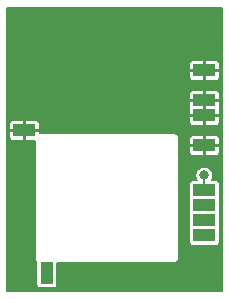
<source format=gbr>
G04 #@! TF.GenerationSoftware,KiCad,Pcbnew,5.1.4+dfsg1-1~bpo10+1*
G04 #@! TF.CreationDate,2020-08-02T09:01:36+02:00*
G04 #@! TF.ProjectId,stlink3-flash,73746c69-6e6b-4332-9d66-6c6173682e6b,rev?*
G04 #@! TF.SameCoordinates,Original*
G04 #@! TF.FileFunction,Copper,L1,Top*
G04 #@! TF.FilePolarity,Positive*
%FSLAX46Y46*%
G04 Gerber Fmt 4.6, Leading zero omitted, Abs format (unit mm)*
G04 Created by KiCad (PCBNEW 5.1.4+dfsg1-1~bpo10+1) date 2020-08-02 09:01:36*
%MOMM*%
%LPD*%
G04 APERTURE LIST*
%ADD10R,1.905000X1.066800*%
%ADD11R,1.066800X1.905000*%
%ADD12C,0.800000*%
%ADD13C,0.203200*%
G04 APERTURE END LIST*
D10*
X98425000Y-52070000D03*
X98425000Y-50800000D03*
D11*
X85090000Y-65405000D03*
D10*
X83185000Y-53340000D03*
X98425000Y-54610000D03*
X98425000Y-48260000D03*
X98425000Y-62230000D03*
X98425000Y-60960000D03*
X98425000Y-59690000D03*
X98425000Y-58420000D03*
D12*
X88900000Y-45085000D03*
X85471000Y-45085000D03*
X92075000Y-52070000D03*
X85090000Y-65405000D03*
X98425000Y-62230000D03*
X98425000Y-60960000D03*
X98425000Y-59690000D03*
X98425000Y-57150000D03*
D13*
X98425000Y-58420000D02*
X98425000Y-57150000D01*
G36*
X99924401Y-66904400D02*
G01*
X81685600Y-66904400D01*
X81685600Y-53873400D01*
X81875179Y-53873400D01*
X81882045Y-53943110D01*
X81902378Y-54010141D01*
X81935398Y-54071917D01*
X81979836Y-54126064D01*
X82033983Y-54170502D01*
X82095759Y-54203522D01*
X82162790Y-54223855D01*
X82232500Y-54230721D01*
X83070700Y-54229000D01*
X83159600Y-54140100D01*
X83159600Y-53365400D01*
X83210400Y-53365400D01*
X83210400Y-54140100D01*
X83299300Y-54229000D01*
X84049401Y-54230540D01*
X84049400Y-64115079D01*
X84047438Y-64135000D01*
X84055269Y-64214511D01*
X84078462Y-64290967D01*
X84116125Y-64361429D01*
X84166810Y-64423190D01*
X84199523Y-64450036D01*
X84199280Y-64452500D01*
X84199280Y-66357500D01*
X84206146Y-66427210D01*
X84226479Y-66494240D01*
X84259499Y-66556016D01*
X84303937Y-66610163D01*
X84358084Y-66654601D01*
X84419860Y-66687621D01*
X84486890Y-66707954D01*
X84556600Y-66714820D01*
X85623400Y-66714820D01*
X85693110Y-66707954D01*
X85760140Y-66687621D01*
X85821916Y-66654601D01*
X85876063Y-66610163D01*
X85920501Y-66556016D01*
X85953521Y-66494240D01*
X85973854Y-66427210D01*
X85980720Y-66357500D01*
X85980720Y-64540600D01*
X95865079Y-64540600D01*
X95885000Y-64542562D01*
X95964511Y-64534731D01*
X96040967Y-64511538D01*
X96111429Y-64473875D01*
X96173190Y-64423190D01*
X96223875Y-64361429D01*
X96261538Y-64290967D01*
X96284731Y-64214511D01*
X96290600Y-64154921D01*
X96290600Y-64154920D01*
X96292562Y-64135000D01*
X96290600Y-64115079D01*
X96290600Y-57886600D01*
X97115180Y-57886600D01*
X97115180Y-58953400D01*
X97122046Y-59023110D01*
X97131720Y-59055000D01*
X97122046Y-59086890D01*
X97115180Y-59156600D01*
X97115180Y-60223400D01*
X97122046Y-60293110D01*
X97131720Y-60325000D01*
X97122046Y-60356890D01*
X97115180Y-60426600D01*
X97115180Y-61493400D01*
X97122046Y-61563110D01*
X97131720Y-61595000D01*
X97122046Y-61626890D01*
X97115180Y-61696600D01*
X97115180Y-62763400D01*
X97122046Y-62833110D01*
X97142379Y-62900140D01*
X97175399Y-62961916D01*
X97219837Y-63016063D01*
X97273984Y-63060501D01*
X97335760Y-63093521D01*
X97402790Y-63113854D01*
X97472500Y-63120720D01*
X99377500Y-63120720D01*
X99447210Y-63113854D01*
X99514240Y-63093521D01*
X99576016Y-63060501D01*
X99630163Y-63016063D01*
X99674601Y-62961916D01*
X99707621Y-62900140D01*
X99727954Y-62833110D01*
X99734820Y-62763400D01*
X99734820Y-61696600D01*
X99727954Y-61626890D01*
X99718280Y-61595000D01*
X99727954Y-61563110D01*
X99734820Y-61493400D01*
X99734820Y-60426600D01*
X99727954Y-60356890D01*
X99718280Y-60325000D01*
X99727954Y-60293110D01*
X99734820Y-60223400D01*
X99734820Y-59156600D01*
X99727954Y-59086890D01*
X99718280Y-59055000D01*
X99727954Y-59023110D01*
X99734820Y-58953400D01*
X99734820Y-57886600D01*
X99727954Y-57816890D01*
X99707621Y-57749860D01*
X99674601Y-57688084D01*
X99630163Y-57633937D01*
X99576016Y-57589499D01*
X99514240Y-57556479D01*
X99447210Y-57536146D01*
X99377500Y-57529280D01*
X99080326Y-57529280D01*
X99094604Y-57507911D01*
X99151563Y-57370400D01*
X99180600Y-57224420D01*
X99180600Y-57075580D01*
X99151563Y-56929600D01*
X99094604Y-56792089D01*
X99011913Y-56668333D01*
X98906667Y-56563087D01*
X98782911Y-56480396D01*
X98645400Y-56423437D01*
X98499420Y-56394400D01*
X98350580Y-56394400D01*
X98204600Y-56423437D01*
X98067089Y-56480396D01*
X97943333Y-56563087D01*
X97838087Y-56668333D01*
X97755396Y-56792089D01*
X97698437Y-56929600D01*
X97669400Y-57075580D01*
X97669400Y-57224420D01*
X97698437Y-57370400D01*
X97755396Y-57507911D01*
X97769674Y-57529280D01*
X97472500Y-57529280D01*
X97402790Y-57536146D01*
X97335760Y-57556479D01*
X97273984Y-57589499D01*
X97219837Y-57633937D01*
X97175399Y-57688084D01*
X97142379Y-57749860D01*
X97122046Y-57816890D01*
X97115180Y-57886600D01*
X96290600Y-57886600D01*
X96290600Y-55143400D01*
X97115179Y-55143400D01*
X97122045Y-55213110D01*
X97142378Y-55280141D01*
X97175398Y-55341917D01*
X97219836Y-55396064D01*
X97273983Y-55440502D01*
X97335759Y-55473522D01*
X97402790Y-55493855D01*
X97472500Y-55500721D01*
X98310700Y-55499000D01*
X98399600Y-55410100D01*
X98399600Y-54635400D01*
X98450400Y-54635400D01*
X98450400Y-55410100D01*
X98539300Y-55499000D01*
X99377500Y-55500721D01*
X99447210Y-55493855D01*
X99514241Y-55473522D01*
X99576017Y-55440502D01*
X99630164Y-55396064D01*
X99674602Y-55341917D01*
X99707622Y-55280141D01*
X99727955Y-55213110D01*
X99734821Y-55143400D01*
X99733100Y-54724300D01*
X99644200Y-54635400D01*
X98450400Y-54635400D01*
X98399600Y-54635400D01*
X97205800Y-54635400D01*
X97116900Y-54724300D01*
X97115179Y-55143400D01*
X96290600Y-55143400D01*
X96290600Y-54076600D01*
X97115179Y-54076600D01*
X97116900Y-54495700D01*
X97205800Y-54584600D01*
X98399600Y-54584600D01*
X98399600Y-53809900D01*
X98450400Y-53809900D01*
X98450400Y-54584600D01*
X99644200Y-54584600D01*
X99733100Y-54495700D01*
X99734821Y-54076600D01*
X99727955Y-54006890D01*
X99707622Y-53939859D01*
X99674602Y-53878083D01*
X99630164Y-53823936D01*
X99576017Y-53779498D01*
X99514241Y-53746478D01*
X99447210Y-53726145D01*
X99377500Y-53719279D01*
X98539300Y-53721000D01*
X98450400Y-53809900D01*
X98399600Y-53809900D01*
X98310700Y-53721000D01*
X97472500Y-53719279D01*
X97402790Y-53726145D01*
X97335759Y-53746478D01*
X97273983Y-53779498D01*
X97219836Y-53823936D01*
X97175398Y-53878083D01*
X97142378Y-53939859D01*
X97122045Y-54006890D01*
X97115179Y-54076600D01*
X96290600Y-54076600D01*
X96290600Y-53994921D01*
X96292562Y-53975000D01*
X96284731Y-53895489D01*
X96261538Y-53819033D01*
X96223875Y-53748571D01*
X96173190Y-53686810D01*
X96111429Y-53636125D01*
X96040967Y-53598462D01*
X95964511Y-53575269D01*
X95904921Y-53569400D01*
X95885000Y-53567438D01*
X95865079Y-53569400D01*
X84493573Y-53569400D01*
X84493100Y-53454300D01*
X84404200Y-53365400D01*
X83210400Y-53365400D01*
X83159600Y-53365400D01*
X81965800Y-53365400D01*
X81876900Y-53454300D01*
X81875179Y-53873400D01*
X81685600Y-53873400D01*
X81685600Y-52806600D01*
X81875179Y-52806600D01*
X81876900Y-53225700D01*
X81965800Y-53314600D01*
X83159600Y-53314600D01*
X83159600Y-52539900D01*
X83210400Y-52539900D01*
X83210400Y-53314600D01*
X84404200Y-53314600D01*
X84493100Y-53225700D01*
X84494821Y-52806600D01*
X84487955Y-52736890D01*
X84467622Y-52669859D01*
X84434602Y-52608083D01*
X84430759Y-52603400D01*
X97115179Y-52603400D01*
X97122045Y-52673110D01*
X97142378Y-52740141D01*
X97175398Y-52801917D01*
X97219836Y-52856064D01*
X97273983Y-52900502D01*
X97335759Y-52933522D01*
X97402790Y-52953855D01*
X97472500Y-52960721D01*
X98310700Y-52959000D01*
X98399600Y-52870100D01*
X98399600Y-52095400D01*
X98450400Y-52095400D01*
X98450400Y-52870100D01*
X98539300Y-52959000D01*
X99377500Y-52960721D01*
X99447210Y-52953855D01*
X99514241Y-52933522D01*
X99576017Y-52900502D01*
X99630164Y-52856064D01*
X99674602Y-52801917D01*
X99707622Y-52740141D01*
X99727955Y-52673110D01*
X99734821Y-52603400D01*
X99733100Y-52184300D01*
X99644200Y-52095400D01*
X98450400Y-52095400D01*
X98399600Y-52095400D01*
X97205800Y-52095400D01*
X97116900Y-52184300D01*
X97115179Y-52603400D01*
X84430759Y-52603400D01*
X84390164Y-52553936D01*
X84336017Y-52509498D01*
X84274241Y-52476478D01*
X84207210Y-52456145D01*
X84137500Y-52449279D01*
X83299300Y-52451000D01*
X83210400Y-52539900D01*
X83159600Y-52539900D01*
X83070700Y-52451000D01*
X82232500Y-52449279D01*
X82162790Y-52456145D01*
X82095759Y-52476478D01*
X82033983Y-52509498D01*
X81979836Y-52553936D01*
X81935398Y-52608083D01*
X81902378Y-52669859D01*
X81882045Y-52736890D01*
X81875179Y-52806600D01*
X81685600Y-52806600D01*
X81685600Y-51333400D01*
X97115179Y-51333400D01*
X97122045Y-51403110D01*
X97131718Y-51435000D01*
X97122045Y-51466890D01*
X97115179Y-51536600D01*
X97116900Y-51955700D01*
X97205800Y-52044600D01*
X98399600Y-52044600D01*
X98399600Y-50825400D01*
X98450400Y-50825400D01*
X98450400Y-52044600D01*
X99644200Y-52044600D01*
X99733100Y-51955700D01*
X99734821Y-51536600D01*
X99727955Y-51466890D01*
X99718282Y-51435000D01*
X99727955Y-51403110D01*
X99734821Y-51333400D01*
X99733100Y-50914300D01*
X99644200Y-50825400D01*
X98450400Y-50825400D01*
X98399600Y-50825400D01*
X97205800Y-50825400D01*
X97116900Y-50914300D01*
X97115179Y-51333400D01*
X81685600Y-51333400D01*
X81685600Y-50266600D01*
X97115179Y-50266600D01*
X97116900Y-50685700D01*
X97205800Y-50774600D01*
X98399600Y-50774600D01*
X98399600Y-49999900D01*
X98450400Y-49999900D01*
X98450400Y-50774600D01*
X99644200Y-50774600D01*
X99733100Y-50685700D01*
X99734821Y-50266600D01*
X99727955Y-50196890D01*
X99707622Y-50129859D01*
X99674602Y-50068083D01*
X99630164Y-50013936D01*
X99576017Y-49969498D01*
X99514241Y-49936478D01*
X99447210Y-49916145D01*
X99377500Y-49909279D01*
X98539300Y-49911000D01*
X98450400Y-49999900D01*
X98399600Y-49999900D01*
X98310700Y-49911000D01*
X97472500Y-49909279D01*
X97402790Y-49916145D01*
X97335759Y-49936478D01*
X97273983Y-49969498D01*
X97219836Y-50013936D01*
X97175398Y-50068083D01*
X97142378Y-50129859D01*
X97122045Y-50196890D01*
X97115179Y-50266600D01*
X81685600Y-50266600D01*
X81685600Y-48793400D01*
X97115179Y-48793400D01*
X97122045Y-48863110D01*
X97142378Y-48930141D01*
X97175398Y-48991917D01*
X97219836Y-49046064D01*
X97273983Y-49090502D01*
X97335759Y-49123522D01*
X97402790Y-49143855D01*
X97472500Y-49150721D01*
X98310700Y-49149000D01*
X98399600Y-49060100D01*
X98399600Y-48285400D01*
X98450400Y-48285400D01*
X98450400Y-49060100D01*
X98539300Y-49149000D01*
X99377500Y-49150721D01*
X99447210Y-49143855D01*
X99514241Y-49123522D01*
X99576017Y-49090502D01*
X99630164Y-49046064D01*
X99674602Y-48991917D01*
X99707622Y-48930141D01*
X99727955Y-48863110D01*
X99734821Y-48793400D01*
X99733100Y-48374300D01*
X99644200Y-48285400D01*
X98450400Y-48285400D01*
X98399600Y-48285400D01*
X97205800Y-48285400D01*
X97116900Y-48374300D01*
X97115179Y-48793400D01*
X81685600Y-48793400D01*
X81685600Y-47726600D01*
X97115179Y-47726600D01*
X97116900Y-48145700D01*
X97205800Y-48234600D01*
X98399600Y-48234600D01*
X98399600Y-47459900D01*
X98450400Y-47459900D01*
X98450400Y-48234600D01*
X99644200Y-48234600D01*
X99733100Y-48145700D01*
X99734821Y-47726600D01*
X99727955Y-47656890D01*
X99707622Y-47589859D01*
X99674602Y-47528083D01*
X99630164Y-47473936D01*
X99576017Y-47429498D01*
X99514241Y-47396478D01*
X99447210Y-47376145D01*
X99377500Y-47369279D01*
X98539300Y-47371000D01*
X98450400Y-47459900D01*
X98399600Y-47459900D01*
X98310700Y-47371000D01*
X97472500Y-47369279D01*
X97402790Y-47376145D01*
X97335759Y-47396478D01*
X97273983Y-47429498D01*
X97219836Y-47473936D01*
X97175398Y-47528083D01*
X97142378Y-47589859D01*
X97122045Y-47656890D01*
X97115179Y-47726600D01*
X81685600Y-47726600D01*
X81685600Y-42950600D01*
X99924400Y-42950600D01*
X99924401Y-66904400D01*
X99924401Y-66904400D01*
G37*
X99924401Y-66904400D02*
X81685600Y-66904400D01*
X81685600Y-53873400D01*
X81875179Y-53873400D01*
X81882045Y-53943110D01*
X81902378Y-54010141D01*
X81935398Y-54071917D01*
X81979836Y-54126064D01*
X82033983Y-54170502D01*
X82095759Y-54203522D01*
X82162790Y-54223855D01*
X82232500Y-54230721D01*
X83070700Y-54229000D01*
X83159600Y-54140100D01*
X83159600Y-53365400D01*
X83210400Y-53365400D01*
X83210400Y-54140100D01*
X83299300Y-54229000D01*
X84049401Y-54230540D01*
X84049400Y-64115079D01*
X84047438Y-64135000D01*
X84055269Y-64214511D01*
X84078462Y-64290967D01*
X84116125Y-64361429D01*
X84166810Y-64423190D01*
X84199523Y-64450036D01*
X84199280Y-64452500D01*
X84199280Y-66357500D01*
X84206146Y-66427210D01*
X84226479Y-66494240D01*
X84259499Y-66556016D01*
X84303937Y-66610163D01*
X84358084Y-66654601D01*
X84419860Y-66687621D01*
X84486890Y-66707954D01*
X84556600Y-66714820D01*
X85623400Y-66714820D01*
X85693110Y-66707954D01*
X85760140Y-66687621D01*
X85821916Y-66654601D01*
X85876063Y-66610163D01*
X85920501Y-66556016D01*
X85953521Y-66494240D01*
X85973854Y-66427210D01*
X85980720Y-66357500D01*
X85980720Y-64540600D01*
X95865079Y-64540600D01*
X95885000Y-64542562D01*
X95964511Y-64534731D01*
X96040967Y-64511538D01*
X96111429Y-64473875D01*
X96173190Y-64423190D01*
X96223875Y-64361429D01*
X96261538Y-64290967D01*
X96284731Y-64214511D01*
X96290600Y-64154921D01*
X96290600Y-64154920D01*
X96292562Y-64135000D01*
X96290600Y-64115079D01*
X96290600Y-57886600D01*
X97115180Y-57886600D01*
X97115180Y-58953400D01*
X97122046Y-59023110D01*
X97131720Y-59055000D01*
X97122046Y-59086890D01*
X97115180Y-59156600D01*
X97115180Y-60223400D01*
X97122046Y-60293110D01*
X97131720Y-60325000D01*
X97122046Y-60356890D01*
X97115180Y-60426600D01*
X97115180Y-61493400D01*
X97122046Y-61563110D01*
X97131720Y-61595000D01*
X97122046Y-61626890D01*
X97115180Y-61696600D01*
X97115180Y-62763400D01*
X97122046Y-62833110D01*
X97142379Y-62900140D01*
X97175399Y-62961916D01*
X97219837Y-63016063D01*
X97273984Y-63060501D01*
X97335760Y-63093521D01*
X97402790Y-63113854D01*
X97472500Y-63120720D01*
X99377500Y-63120720D01*
X99447210Y-63113854D01*
X99514240Y-63093521D01*
X99576016Y-63060501D01*
X99630163Y-63016063D01*
X99674601Y-62961916D01*
X99707621Y-62900140D01*
X99727954Y-62833110D01*
X99734820Y-62763400D01*
X99734820Y-61696600D01*
X99727954Y-61626890D01*
X99718280Y-61595000D01*
X99727954Y-61563110D01*
X99734820Y-61493400D01*
X99734820Y-60426600D01*
X99727954Y-60356890D01*
X99718280Y-60325000D01*
X99727954Y-60293110D01*
X99734820Y-60223400D01*
X99734820Y-59156600D01*
X99727954Y-59086890D01*
X99718280Y-59055000D01*
X99727954Y-59023110D01*
X99734820Y-58953400D01*
X99734820Y-57886600D01*
X99727954Y-57816890D01*
X99707621Y-57749860D01*
X99674601Y-57688084D01*
X99630163Y-57633937D01*
X99576016Y-57589499D01*
X99514240Y-57556479D01*
X99447210Y-57536146D01*
X99377500Y-57529280D01*
X99080326Y-57529280D01*
X99094604Y-57507911D01*
X99151563Y-57370400D01*
X99180600Y-57224420D01*
X99180600Y-57075580D01*
X99151563Y-56929600D01*
X99094604Y-56792089D01*
X99011913Y-56668333D01*
X98906667Y-56563087D01*
X98782911Y-56480396D01*
X98645400Y-56423437D01*
X98499420Y-56394400D01*
X98350580Y-56394400D01*
X98204600Y-56423437D01*
X98067089Y-56480396D01*
X97943333Y-56563087D01*
X97838087Y-56668333D01*
X97755396Y-56792089D01*
X97698437Y-56929600D01*
X97669400Y-57075580D01*
X97669400Y-57224420D01*
X97698437Y-57370400D01*
X97755396Y-57507911D01*
X97769674Y-57529280D01*
X97472500Y-57529280D01*
X97402790Y-57536146D01*
X97335760Y-57556479D01*
X97273984Y-57589499D01*
X97219837Y-57633937D01*
X97175399Y-57688084D01*
X97142379Y-57749860D01*
X97122046Y-57816890D01*
X97115180Y-57886600D01*
X96290600Y-57886600D01*
X96290600Y-55143400D01*
X97115179Y-55143400D01*
X97122045Y-55213110D01*
X97142378Y-55280141D01*
X97175398Y-55341917D01*
X97219836Y-55396064D01*
X97273983Y-55440502D01*
X97335759Y-55473522D01*
X97402790Y-55493855D01*
X97472500Y-55500721D01*
X98310700Y-55499000D01*
X98399600Y-55410100D01*
X98399600Y-54635400D01*
X98450400Y-54635400D01*
X98450400Y-55410100D01*
X98539300Y-55499000D01*
X99377500Y-55500721D01*
X99447210Y-55493855D01*
X99514241Y-55473522D01*
X99576017Y-55440502D01*
X99630164Y-55396064D01*
X99674602Y-55341917D01*
X99707622Y-55280141D01*
X99727955Y-55213110D01*
X99734821Y-55143400D01*
X99733100Y-54724300D01*
X99644200Y-54635400D01*
X98450400Y-54635400D01*
X98399600Y-54635400D01*
X97205800Y-54635400D01*
X97116900Y-54724300D01*
X97115179Y-55143400D01*
X96290600Y-55143400D01*
X96290600Y-54076600D01*
X97115179Y-54076600D01*
X97116900Y-54495700D01*
X97205800Y-54584600D01*
X98399600Y-54584600D01*
X98399600Y-53809900D01*
X98450400Y-53809900D01*
X98450400Y-54584600D01*
X99644200Y-54584600D01*
X99733100Y-54495700D01*
X99734821Y-54076600D01*
X99727955Y-54006890D01*
X99707622Y-53939859D01*
X99674602Y-53878083D01*
X99630164Y-53823936D01*
X99576017Y-53779498D01*
X99514241Y-53746478D01*
X99447210Y-53726145D01*
X99377500Y-53719279D01*
X98539300Y-53721000D01*
X98450400Y-53809900D01*
X98399600Y-53809900D01*
X98310700Y-53721000D01*
X97472500Y-53719279D01*
X97402790Y-53726145D01*
X97335759Y-53746478D01*
X97273983Y-53779498D01*
X97219836Y-53823936D01*
X97175398Y-53878083D01*
X97142378Y-53939859D01*
X97122045Y-54006890D01*
X97115179Y-54076600D01*
X96290600Y-54076600D01*
X96290600Y-53994921D01*
X96292562Y-53975000D01*
X96284731Y-53895489D01*
X96261538Y-53819033D01*
X96223875Y-53748571D01*
X96173190Y-53686810D01*
X96111429Y-53636125D01*
X96040967Y-53598462D01*
X95964511Y-53575269D01*
X95904921Y-53569400D01*
X95885000Y-53567438D01*
X95865079Y-53569400D01*
X84493573Y-53569400D01*
X84493100Y-53454300D01*
X84404200Y-53365400D01*
X83210400Y-53365400D01*
X83159600Y-53365400D01*
X81965800Y-53365400D01*
X81876900Y-53454300D01*
X81875179Y-53873400D01*
X81685600Y-53873400D01*
X81685600Y-52806600D01*
X81875179Y-52806600D01*
X81876900Y-53225700D01*
X81965800Y-53314600D01*
X83159600Y-53314600D01*
X83159600Y-52539900D01*
X83210400Y-52539900D01*
X83210400Y-53314600D01*
X84404200Y-53314600D01*
X84493100Y-53225700D01*
X84494821Y-52806600D01*
X84487955Y-52736890D01*
X84467622Y-52669859D01*
X84434602Y-52608083D01*
X84430759Y-52603400D01*
X97115179Y-52603400D01*
X97122045Y-52673110D01*
X97142378Y-52740141D01*
X97175398Y-52801917D01*
X97219836Y-52856064D01*
X97273983Y-52900502D01*
X97335759Y-52933522D01*
X97402790Y-52953855D01*
X97472500Y-52960721D01*
X98310700Y-52959000D01*
X98399600Y-52870100D01*
X98399600Y-52095400D01*
X98450400Y-52095400D01*
X98450400Y-52870100D01*
X98539300Y-52959000D01*
X99377500Y-52960721D01*
X99447210Y-52953855D01*
X99514241Y-52933522D01*
X99576017Y-52900502D01*
X99630164Y-52856064D01*
X99674602Y-52801917D01*
X99707622Y-52740141D01*
X99727955Y-52673110D01*
X99734821Y-52603400D01*
X99733100Y-52184300D01*
X99644200Y-52095400D01*
X98450400Y-52095400D01*
X98399600Y-52095400D01*
X97205800Y-52095400D01*
X97116900Y-52184300D01*
X97115179Y-52603400D01*
X84430759Y-52603400D01*
X84390164Y-52553936D01*
X84336017Y-52509498D01*
X84274241Y-52476478D01*
X84207210Y-52456145D01*
X84137500Y-52449279D01*
X83299300Y-52451000D01*
X83210400Y-52539900D01*
X83159600Y-52539900D01*
X83070700Y-52451000D01*
X82232500Y-52449279D01*
X82162790Y-52456145D01*
X82095759Y-52476478D01*
X82033983Y-52509498D01*
X81979836Y-52553936D01*
X81935398Y-52608083D01*
X81902378Y-52669859D01*
X81882045Y-52736890D01*
X81875179Y-52806600D01*
X81685600Y-52806600D01*
X81685600Y-51333400D01*
X97115179Y-51333400D01*
X97122045Y-51403110D01*
X97131718Y-51435000D01*
X97122045Y-51466890D01*
X97115179Y-51536600D01*
X97116900Y-51955700D01*
X97205800Y-52044600D01*
X98399600Y-52044600D01*
X98399600Y-50825400D01*
X98450400Y-50825400D01*
X98450400Y-52044600D01*
X99644200Y-52044600D01*
X99733100Y-51955700D01*
X99734821Y-51536600D01*
X99727955Y-51466890D01*
X99718282Y-51435000D01*
X99727955Y-51403110D01*
X99734821Y-51333400D01*
X99733100Y-50914300D01*
X99644200Y-50825400D01*
X98450400Y-50825400D01*
X98399600Y-50825400D01*
X97205800Y-50825400D01*
X97116900Y-50914300D01*
X97115179Y-51333400D01*
X81685600Y-51333400D01*
X81685600Y-50266600D01*
X97115179Y-50266600D01*
X97116900Y-50685700D01*
X97205800Y-50774600D01*
X98399600Y-50774600D01*
X98399600Y-49999900D01*
X98450400Y-49999900D01*
X98450400Y-50774600D01*
X99644200Y-50774600D01*
X99733100Y-50685700D01*
X99734821Y-50266600D01*
X99727955Y-50196890D01*
X99707622Y-50129859D01*
X99674602Y-50068083D01*
X99630164Y-50013936D01*
X99576017Y-49969498D01*
X99514241Y-49936478D01*
X99447210Y-49916145D01*
X99377500Y-49909279D01*
X98539300Y-49911000D01*
X98450400Y-49999900D01*
X98399600Y-49999900D01*
X98310700Y-49911000D01*
X97472500Y-49909279D01*
X97402790Y-49916145D01*
X97335759Y-49936478D01*
X97273983Y-49969498D01*
X97219836Y-50013936D01*
X97175398Y-50068083D01*
X97142378Y-50129859D01*
X97122045Y-50196890D01*
X97115179Y-50266600D01*
X81685600Y-50266600D01*
X81685600Y-48793400D01*
X97115179Y-48793400D01*
X97122045Y-48863110D01*
X97142378Y-48930141D01*
X97175398Y-48991917D01*
X97219836Y-49046064D01*
X97273983Y-49090502D01*
X97335759Y-49123522D01*
X97402790Y-49143855D01*
X97472500Y-49150721D01*
X98310700Y-49149000D01*
X98399600Y-49060100D01*
X98399600Y-48285400D01*
X98450400Y-48285400D01*
X98450400Y-49060100D01*
X98539300Y-49149000D01*
X99377500Y-49150721D01*
X99447210Y-49143855D01*
X99514241Y-49123522D01*
X99576017Y-49090502D01*
X99630164Y-49046064D01*
X99674602Y-48991917D01*
X99707622Y-48930141D01*
X99727955Y-48863110D01*
X99734821Y-48793400D01*
X99733100Y-48374300D01*
X99644200Y-48285400D01*
X98450400Y-48285400D01*
X98399600Y-48285400D01*
X97205800Y-48285400D01*
X97116900Y-48374300D01*
X97115179Y-48793400D01*
X81685600Y-48793400D01*
X81685600Y-47726600D01*
X97115179Y-47726600D01*
X97116900Y-48145700D01*
X97205800Y-48234600D01*
X98399600Y-48234600D01*
X98399600Y-47459900D01*
X98450400Y-47459900D01*
X98450400Y-48234600D01*
X99644200Y-48234600D01*
X99733100Y-48145700D01*
X99734821Y-47726600D01*
X99727955Y-47656890D01*
X99707622Y-47589859D01*
X99674602Y-47528083D01*
X99630164Y-47473936D01*
X99576017Y-47429498D01*
X99514241Y-47396478D01*
X99447210Y-47376145D01*
X99377500Y-47369279D01*
X98539300Y-47371000D01*
X98450400Y-47459900D01*
X98399600Y-47459900D01*
X98310700Y-47371000D01*
X97472500Y-47369279D01*
X97402790Y-47376145D01*
X97335759Y-47396478D01*
X97273983Y-47429498D01*
X97219836Y-47473936D01*
X97175398Y-47528083D01*
X97142378Y-47589859D01*
X97122045Y-47656890D01*
X97115179Y-47726600D01*
X81685600Y-47726600D01*
X81685600Y-42950600D01*
X99924400Y-42950600D01*
X99924401Y-66904400D01*
M02*

</source>
